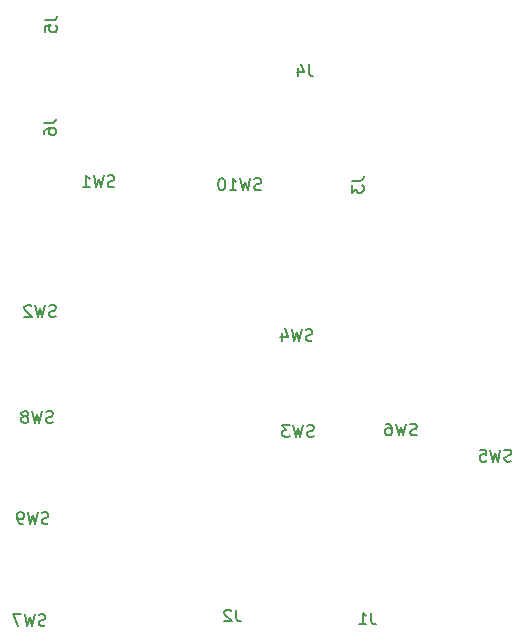
<source format=gbr>
G04 #@! TF.GenerationSoftware,KiCad,Pcbnew,(5.1.5-0-10_14)*
G04 #@! TF.CreationDate,2021-10-24T14:14:16+10:00*
G04 #@! TF.ProjectId,OH - Left Console - 32 - Selective Jettison,4f48202d-204c-4656-9674-20436f6e736f,rev?*
G04 #@! TF.SameCoordinates,Original*
G04 #@! TF.FileFunction,Legend,Bot*
G04 #@! TF.FilePolarity,Positive*
%FSLAX46Y46*%
G04 Gerber Fmt 4.6, Leading zero omitted, Abs format (unit mm)*
G04 Created by KiCad (PCBNEW (5.1.5-0-10_14)) date 2021-10-24 14:14:16*
%MOMM*%
%LPD*%
G04 APERTURE LIST*
%ADD10C,0.150000*%
G04 APERTURE END LIST*
D10*
X73556880Y-77581166D02*
X74271166Y-77581166D01*
X74414023Y-77533547D01*
X74509261Y-77438309D01*
X74556880Y-77295452D01*
X74556880Y-77200214D01*
X73556880Y-78485928D02*
X73556880Y-78295452D01*
X73604500Y-78200214D01*
X73652119Y-78152595D01*
X73794976Y-78057357D01*
X73985452Y-78009738D01*
X74366404Y-78009738D01*
X74461642Y-78057357D01*
X74509261Y-78104976D01*
X74556880Y-78200214D01*
X74556880Y-78390690D01*
X74509261Y-78485928D01*
X74461642Y-78533547D01*
X74366404Y-78581166D01*
X74128309Y-78581166D01*
X74033071Y-78533547D01*
X73985452Y-78485928D01*
X73937833Y-78390690D01*
X73937833Y-78200214D01*
X73985452Y-78104976D01*
X74033071Y-78057357D01*
X74128309Y-78009738D01*
X73620380Y-68881666D02*
X74334666Y-68881666D01*
X74477523Y-68834047D01*
X74572761Y-68738809D01*
X74620380Y-68595952D01*
X74620380Y-68500714D01*
X73620380Y-69834047D02*
X73620380Y-69357857D01*
X74096571Y-69310238D01*
X74048952Y-69357857D01*
X74001333Y-69453095D01*
X74001333Y-69691190D01*
X74048952Y-69786428D01*
X74096571Y-69834047D01*
X74191809Y-69881666D01*
X74429904Y-69881666D01*
X74525142Y-69834047D01*
X74572761Y-69786428D01*
X74620380Y-69691190D01*
X74620380Y-69453095D01*
X74572761Y-69357857D01*
X74525142Y-69310238D01*
X105092333Y-103973261D02*
X104949476Y-104020880D01*
X104711380Y-104020880D01*
X104616142Y-103973261D01*
X104568523Y-103925642D01*
X104520904Y-103830404D01*
X104520904Y-103735166D01*
X104568523Y-103639928D01*
X104616142Y-103592309D01*
X104711380Y-103544690D01*
X104901857Y-103497071D01*
X104997095Y-103449452D01*
X105044714Y-103401833D01*
X105092333Y-103306595D01*
X105092333Y-103211357D01*
X105044714Y-103116119D01*
X104997095Y-103068500D01*
X104901857Y-103020880D01*
X104663761Y-103020880D01*
X104520904Y-103068500D01*
X104187571Y-103020880D02*
X103949476Y-104020880D01*
X103759000Y-103306595D01*
X103568523Y-104020880D01*
X103330428Y-103020880D01*
X102520904Y-103020880D02*
X102711380Y-103020880D01*
X102806619Y-103068500D01*
X102854238Y-103116119D01*
X102949476Y-103258976D01*
X102997095Y-103449452D01*
X102997095Y-103830404D01*
X102949476Y-103925642D01*
X102901857Y-103973261D01*
X102806619Y-104020880D01*
X102616142Y-104020880D01*
X102520904Y-103973261D01*
X102473285Y-103925642D01*
X102425666Y-103830404D01*
X102425666Y-103592309D01*
X102473285Y-103497071D01*
X102520904Y-103449452D01*
X102616142Y-103401833D01*
X102806619Y-103401833D01*
X102901857Y-103449452D01*
X102949476Y-103497071D01*
X102997095Y-103592309D01*
X113092833Y-106196261D02*
X112949976Y-106243880D01*
X112711880Y-106243880D01*
X112616642Y-106196261D01*
X112569023Y-106148642D01*
X112521404Y-106053404D01*
X112521404Y-105958166D01*
X112569023Y-105862928D01*
X112616642Y-105815309D01*
X112711880Y-105767690D01*
X112902357Y-105720071D01*
X112997595Y-105672452D01*
X113045214Y-105624833D01*
X113092833Y-105529595D01*
X113092833Y-105434357D01*
X113045214Y-105339119D01*
X112997595Y-105291500D01*
X112902357Y-105243880D01*
X112664261Y-105243880D01*
X112521404Y-105291500D01*
X112188071Y-105243880D02*
X111949976Y-106243880D01*
X111759500Y-105529595D01*
X111569023Y-106243880D01*
X111330928Y-105243880D01*
X110473785Y-105243880D02*
X110949976Y-105243880D01*
X110997595Y-105720071D01*
X110949976Y-105672452D01*
X110854738Y-105624833D01*
X110616642Y-105624833D01*
X110521404Y-105672452D01*
X110473785Y-105720071D01*
X110426166Y-105815309D01*
X110426166Y-106053404D01*
X110473785Y-106148642D01*
X110521404Y-106196261D01*
X110616642Y-106243880D01*
X110854738Y-106243880D01*
X110949976Y-106196261D01*
X110997595Y-106148642D01*
X96392833Y-104100261D02*
X96249976Y-104147880D01*
X96011880Y-104147880D01*
X95916642Y-104100261D01*
X95869023Y-104052642D01*
X95821404Y-103957404D01*
X95821404Y-103862166D01*
X95869023Y-103766928D01*
X95916642Y-103719309D01*
X96011880Y-103671690D01*
X96202357Y-103624071D01*
X96297595Y-103576452D01*
X96345214Y-103528833D01*
X96392833Y-103433595D01*
X96392833Y-103338357D01*
X96345214Y-103243119D01*
X96297595Y-103195500D01*
X96202357Y-103147880D01*
X95964261Y-103147880D01*
X95821404Y-103195500D01*
X95488071Y-103147880D02*
X95249976Y-104147880D01*
X95059500Y-103433595D01*
X94869023Y-104147880D01*
X94630928Y-103147880D01*
X94345214Y-103147880D02*
X93726166Y-103147880D01*
X94059500Y-103528833D01*
X93916642Y-103528833D01*
X93821404Y-103576452D01*
X93773785Y-103624071D01*
X93726166Y-103719309D01*
X93726166Y-103957404D01*
X93773785Y-104052642D01*
X93821404Y-104100261D01*
X93916642Y-104147880D01*
X94202357Y-104147880D01*
X94297595Y-104100261D01*
X94345214Y-104052642D01*
X74548833Y-93940261D02*
X74405976Y-93987880D01*
X74167880Y-93987880D01*
X74072642Y-93940261D01*
X74025023Y-93892642D01*
X73977404Y-93797404D01*
X73977404Y-93702166D01*
X74025023Y-93606928D01*
X74072642Y-93559309D01*
X74167880Y-93511690D01*
X74358357Y-93464071D01*
X74453595Y-93416452D01*
X74501214Y-93368833D01*
X74548833Y-93273595D01*
X74548833Y-93178357D01*
X74501214Y-93083119D01*
X74453595Y-93035500D01*
X74358357Y-92987880D01*
X74120261Y-92987880D01*
X73977404Y-93035500D01*
X73644071Y-92987880D02*
X73405976Y-93987880D01*
X73215500Y-93273595D01*
X73025023Y-93987880D01*
X72786928Y-92987880D01*
X72453595Y-93083119D02*
X72405976Y-93035500D01*
X72310738Y-92987880D01*
X72072642Y-92987880D01*
X71977404Y-93035500D01*
X71929785Y-93083119D01*
X71882166Y-93178357D01*
X71882166Y-93273595D01*
X71929785Y-93416452D01*
X72501214Y-93987880D01*
X71882166Y-93987880D01*
X91916023Y-83208761D02*
X91773166Y-83256380D01*
X91535071Y-83256380D01*
X91439833Y-83208761D01*
X91392214Y-83161142D01*
X91344595Y-83065904D01*
X91344595Y-82970666D01*
X91392214Y-82875428D01*
X91439833Y-82827809D01*
X91535071Y-82780190D01*
X91725547Y-82732571D01*
X91820785Y-82684952D01*
X91868404Y-82637333D01*
X91916023Y-82542095D01*
X91916023Y-82446857D01*
X91868404Y-82351619D01*
X91820785Y-82304000D01*
X91725547Y-82256380D01*
X91487452Y-82256380D01*
X91344595Y-82304000D01*
X91011261Y-82256380D02*
X90773166Y-83256380D01*
X90582690Y-82542095D01*
X90392214Y-83256380D01*
X90154119Y-82256380D01*
X89249357Y-83256380D02*
X89820785Y-83256380D01*
X89535071Y-83256380D02*
X89535071Y-82256380D01*
X89630309Y-82399238D01*
X89725547Y-82494476D01*
X89820785Y-82542095D01*
X88630309Y-82256380D02*
X88535071Y-82256380D01*
X88439833Y-82304000D01*
X88392214Y-82351619D01*
X88344595Y-82446857D01*
X88296976Y-82637333D01*
X88296976Y-82875428D01*
X88344595Y-83065904D01*
X88392214Y-83161142D01*
X88439833Y-83208761D01*
X88535071Y-83256380D01*
X88630309Y-83256380D01*
X88725547Y-83208761D01*
X88773166Y-83161142D01*
X88820785Y-83065904D01*
X88868404Y-82875428D01*
X88868404Y-82637333D01*
X88820785Y-82446857D01*
X88773166Y-82351619D01*
X88725547Y-82304000D01*
X88630309Y-82256380D01*
X73913833Y-111466261D02*
X73770976Y-111513880D01*
X73532880Y-111513880D01*
X73437642Y-111466261D01*
X73390023Y-111418642D01*
X73342404Y-111323404D01*
X73342404Y-111228166D01*
X73390023Y-111132928D01*
X73437642Y-111085309D01*
X73532880Y-111037690D01*
X73723357Y-110990071D01*
X73818595Y-110942452D01*
X73866214Y-110894833D01*
X73913833Y-110799595D01*
X73913833Y-110704357D01*
X73866214Y-110609119D01*
X73818595Y-110561500D01*
X73723357Y-110513880D01*
X73485261Y-110513880D01*
X73342404Y-110561500D01*
X73009071Y-110513880D02*
X72770976Y-111513880D01*
X72580500Y-110799595D01*
X72390023Y-111513880D01*
X72151928Y-110513880D01*
X71723357Y-111513880D02*
X71532880Y-111513880D01*
X71437642Y-111466261D01*
X71390023Y-111418642D01*
X71294785Y-111275785D01*
X71247166Y-111085309D01*
X71247166Y-110704357D01*
X71294785Y-110609119D01*
X71342404Y-110561500D01*
X71437642Y-110513880D01*
X71628119Y-110513880D01*
X71723357Y-110561500D01*
X71770976Y-110609119D01*
X71818595Y-110704357D01*
X71818595Y-110942452D01*
X71770976Y-111037690D01*
X71723357Y-111085309D01*
X71628119Y-111132928D01*
X71437642Y-111132928D01*
X71342404Y-111085309D01*
X71294785Y-111037690D01*
X71247166Y-110942452D01*
X74294833Y-102914961D02*
X74151976Y-102962580D01*
X73913880Y-102962580D01*
X73818642Y-102914961D01*
X73771023Y-102867342D01*
X73723404Y-102772104D01*
X73723404Y-102676866D01*
X73771023Y-102581628D01*
X73818642Y-102534009D01*
X73913880Y-102486390D01*
X74104357Y-102438771D01*
X74199595Y-102391152D01*
X74247214Y-102343533D01*
X74294833Y-102248295D01*
X74294833Y-102153057D01*
X74247214Y-102057819D01*
X74199595Y-102010200D01*
X74104357Y-101962580D01*
X73866261Y-101962580D01*
X73723404Y-102010200D01*
X73390071Y-101962580D02*
X73151976Y-102962580D01*
X72961500Y-102248295D01*
X72771023Y-102962580D01*
X72532928Y-101962580D01*
X72009119Y-102391152D02*
X72104357Y-102343533D01*
X72151976Y-102295914D01*
X72199595Y-102200676D01*
X72199595Y-102153057D01*
X72151976Y-102057819D01*
X72104357Y-102010200D01*
X72009119Y-101962580D01*
X71818642Y-101962580D01*
X71723404Y-102010200D01*
X71675785Y-102057819D01*
X71628166Y-102153057D01*
X71628166Y-102200676D01*
X71675785Y-102295914D01*
X71723404Y-102343533D01*
X71818642Y-102391152D01*
X72009119Y-102391152D01*
X72104357Y-102438771D01*
X72151976Y-102486390D01*
X72199595Y-102581628D01*
X72199595Y-102772104D01*
X72151976Y-102867342D01*
X72104357Y-102914961D01*
X72009119Y-102962580D01*
X71818642Y-102962580D01*
X71723404Y-102914961D01*
X71675785Y-102867342D01*
X71628166Y-102772104D01*
X71628166Y-102581628D01*
X71675785Y-102486390D01*
X71723404Y-102438771D01*
X71818642Y-102391152D01*
X73659833Y-120101761D02*
X73516976Y-120149380D01*
X73278880Y-120149380D01*
X73183642Y-120101761D01*
X73136023Y-120054142D01*
X73088404Y-119958904D01*
X73088404Y-119863666D01*
X73136023Y-119768428D01*
X73183642Y-119720809D01*
X73278880Y-119673190D01*
X73469357Y-119625571D01*
X73564595Y-119577952D01*
X73612214Y-119530333D01*
X73659833Y-119435095D01*
X73659833Y-119339857D01*
X73612214Y-119244619D01*
X73564595Y-119197000D01*
X73469357Y-119149380D01*
X73231261Y-119149380D01*
X73088404Y-119197000D01*
X72755071Y-119149380D02*
X72516976Y-120149380D01*
X72326500Y-119435095D01*
X72136023Y-120149380D01*
X71897928Y-119149380D01*
X71612214Y-119149380D02*
X70945547Y-119149380D01*
X71374119Y-120149380D01*
X96265833Y-95972261D02*
X96122976Y-96019880D01*
X95884880Y-96019880D01*
X95789642Y-95972261D01*
X95742023Y-95924642D01*
X95694404Y-95829404D01*
X95694404Y-95734166D01*
X95742023Y-95638928D01*
X95789642Y-95591309D01*
X95884880Y-95543690D01*
X96075357Y-95496071D01*
X96170595Y-95448452D01*
X96218214Y-95400833D01*
X96265833Y-95305595D01*
X96265833Y-95210357D01*
X96218214Y-95115119D01*
X96170595Y-95067500D01*
X96075357Y-95019880D01*
X95837261Y-95019880D01*
X95694404Y-95067500D01*
X95361071Y-95019880D02*
X95122976Y-96019880D01*
X94932500Y-95305595D01*
X94742023Y-96019880D01*
X94503928Y-95019880D01*
X93694404Y-95353214D02*
X93694404Y-96019880D01*
X93932500Y-94972261D02*
X94170595Y-95686547D01*
X93551547Y-95686547D01*
X79501833Y-82954761D02*
X79358976Y-83002380D01*
X79120880Y-83002380D01*
X79025642Y-82954761D01*
X78978023Y-82907142D01*
X78930404Y-82811904D01*
X78930404Y-82716666D01*
X78978023Y-82621428D01*
X79025642Y-82573809D01*
X79120880Y-82526190D01*
X79311357Y-82478571D01*
X79406595Y-82430952D01*
X79454214Y-82383333D01*
X79501833Y-82288095D01*
X79501833Y-82192857D01*
X79454214Y-82097619D01*
X79406595Y-82050000D01*
X79311357Y-82002380D01*
X79073261Y-82002380D01*
X78930404Y-82050000D01*
X78597071Y-82002380D02*
X78358976Y-83002380D01*
X78168500Y-82288095D01*
X77978023Y-83002380D01*
X77739928Y-82002380D01*
X76835166Y-83002380D02*
X77406595Y-83002380D01*
X77120880Y-83002380D02*
X77120880Y-82002380D01*
X77216119Y-82145238D01*
X77311357Y-82240476D01*
X77406595Y-82288095D01*
X95964333Y-72604380D02*
X95964333Y-73318666D01*
X96011952Y-73461523D01*
X96107190Y-73556761D01*
X96250047Y-73604380D01*
X96345285Y-73604380D01*
X95059571Y-72937714D02*
X95059571Y-73604380D01*
X95297666Y-72556761D02*
X95535761Y-73271047D01*
X94916714Y-73271047D01*
X99591880Y-82470666D02*
X100306166Y-82470666D01*
X100449023Y-82423047D01*
X100544261Y-82327809D01*
X100591880Y-82184952D01*
X100591880Y-82089714D01*
X99591880Y-82851619D02*
X99591880Y-83470666D01*
X99972833Y-83137333D01*
X99972833Y-83280190D01*
X100020452Y-83375428D01*
X100068071Y-83423047D01*
X100163309Y-83470666D01*
X100401404Y-83470666D01*
X100496642Y-83423047D01*
X100544261Y-83375428D01*
X100591880Y-83280190D01*
X100591880Y-82994476D01*
X100544261Y-82899238D01*
X100496642Y-82851619D01*
X89804833Y-118768880D02*
X89804833Y-119483166D01*
X89852452Y-119626023D01*
X89947690Y-119721261D01*
X90090547Y-119768880D01*
X90185785Y-119768880D01*
X89376261Y-118864119D02*
X89328642Y-118816500D01*
X89233404Y-118768880D01*
X88995309Y-118768880D01*
X88900071Y-118816500D01*
X88852452Y-118864119D01*
X88804833Y-118959357D01*
X88804833Y-119054595D01*
X88852452Y-119197452D01*
X89423880Y-119768880D01*
X88804833Y-119768880D01*
X101234833Y-119022880D02*
X101234833Y-119737166D01*
X101282452Y-119880023D01*
X101377690Y-119975261D01*
X101520547Y-120022880D01*
X101615785Y-120022880D01*
X100234833Y-120022880D02*
X100806261Y-120022880D01*
X100520547Y-120022880D02*
X100520547Y-119022880D01*
X100615785Y-119165738D01*
X100711023Y-119260976D01*
X100806261Y-119308595D01*
M02*

</source>
